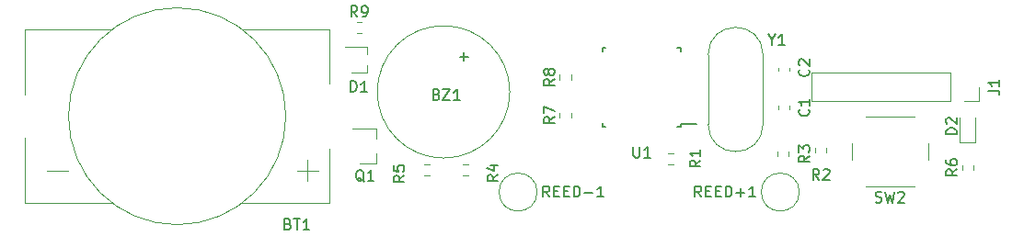
<source format=gto>
G04 #@! TF.GenerationSoftware,KiCad,Pcbnew,(5.1.9)-1*
G04 #@! TF.CreationDate,2021-06-09T23:23:04+02:00*
G04 #@! TF.ProjectId,window_sensor,77696e64-6f77-45f7-9365-6e736f722e6b,rev?*
G04 #@! TF.SameCoordinates,Original*
G04 #@! TF.FileFunction,Legend,Top*
G04 #@! TF.FilePolarity,Positive*
%FSLAX46Y46*%
G04 Gerber Fmt 4.6, Leading zero omitted, Abs format (unit mm)*
G04 Created by KiCad (PCBNEW (5.1.9)-1) date 2021-06-09 23:23:04*
%MOMM*%
%LPD*%
G01*
G04 APERTURE LIST*
%ADD10C,0.120000*%
%ADD11C,0.150000*%
G04 APERTURE END LIST*
D10*
X174930000Y-75670000D02*
X174930000Y-78330000D01*
X174930000Y-75670000D02*
X162170000Y-75670000D01*
X162170000Y-75670000D02*
X162170000Y-78330000D01*
X174930000Y-78330000D02*
X162170000Y-78330000D01*
X177530000Y-78330000D02*
X176200000Y-78330000D01*
X177530000Y-77000000D02*
X177530000Y-78330000D01*
X97759000Y-87692500D02*
X89759000Y-87692500D01*
X89759000Y-87692500D02*
X89759000Y-81692500D01*
X89759000Y-77692500D02*
X89759000Y-71692500D01*
X89759000Y-71692500D02*
X97759000Y-71692500D01*
X117759000Y-71692500D02*
X117759000Y-76692500D01*
X117759000Y-87692500D02*
X117759000Y-82692500D01*
X113759000Y-79692500D02*
G75*
G03*
X113759000Y-79692500I-10000000J0D01*
G01*
X117759000Y-71692500D02*
X109759000Y-71692500D01*
X109759000Y-87692500D02*
X117759000Y-87692500D01*
X93759000Y-84692500D02*
X91759000Y-84692500D01*
X116759000Y-84692500D02*
X114759000Y-84692500D01*
X115759000Y-85692500D02*
X115759000Y-83692500D01*
X120262742Y-72022500D02*
X120737258Y-72022500D01*
X120262742Y-70977500D02*
X120737258Y-70977500D01*
X157671500Y-74029000D02*
X157671500Y-80429000D01*
X152621500Y-74029000D02*
X152621500Y-80429000D01*
X152621500Y-80429000D02*
G75*
G03*
X157671500Y-80429000I2525000J0D01*
G01*
X152621500Y-74029000D02*
G75*
G02*
X157671500Y-74029000I2525000J0D01*
G01*
D11*
X150125000Y-80625000D02*
X150125000Y-80400000D01*
X142875000Y-80625000D02*
X142875000Y-80300000D01*
X142875000Y-73375000D02*
X142875000Y-73700000D01*
X150125000Y-73375000D02*
X150125000Y-73700000D01*
X150125000Y-80625000D02*
X149800000Y-80625000D01*
X150125000Y-73375000D02*
X149800000Y-73375000D01*
X142875000Y-73375000D02*
X143200000Y-73375000D01*
X142875000Y-80625000D02*
X143200000Y-80625000D01*
X150125000Y-80400000D02*
X151550000Y-80400000D01*
D10*
X171600000Y-79700000D02*
X167100000Y-79700000D01*
X172850000Y-83700000D02*
X172850000Y-82200000D01*
X167100000Y-86200000D02*
X171600000Y-86200000D01*
X165850000Y-82200000D02*
X165850000Y-83700000D01*
X136876000Y-86689000D02*
G75*
G03*
X136876000Y-86689000I-1750000J0D01*
G01*
X161006000Y-86689000D02*
G75*
G03*
X161006000Y-86689000I-1750000J0D01*
G01*
X138947500Y-76342258D02*
X138947500Y-75867742D01*
X139992500Y-76342258D02*
X139992500Y-75867742D01*
X138947500Y-79835258D02*
X138947500Y-79360742D01*
X139992500Y-79835258D02*
X139992500Y-79360742D01*
X175972500Y-84662258D02*
X175972500Y-84187742D01*
X177017500Y-84662258D02*
X177017500Y-84187742D01*
X126502742Y-84095500D02*
X126977258Y-84095500D01*
X126502742Y-85140500D02*
X126977258Y-85140500D01*
X130533258Y-85140500D02*
X130058742Y-85140500D01*
X130533258Y-84095500D02*
X130058742Y-84095500D01*
X160022500Y-82937742D02*
X160022500Y-83412258D01*
X158977500Y-82937742D02*
X158977500Y-83412258D01*
X162477500Y-83062258D02*
X162477500Y-82587742D01*
X163522500Y-83062258D02*
X163522500Y-82587742D01*
X149412258Y-84127500D02*
X148937742Y-84127500D01*
X149412258Y-83082500D02*
X148937742Y-83082500D01*
X122045000Y-84035000D02*
X122045000Y-83105000D01*
X122045000Y-80875000D02*
X122045000Y-81805000D01*
X122045000Y-80875000D02*
X119885000Y-80875000D01*
X122045000Y-84035000D02*
X120585000Y-84035000D01*
X175760000Y-79815000D02*
X175760000Y-82100000D01*
X175760000Y-82100000D02*
X177230000Y-82100000D01*
X177230000Y-82100000D02*
X177230000Y-79815000D01*
X121230000Y-75000000D02*
X121230000Y-75660000D01*
X121230000Y-73340000D02*
X121230000Y-74000000D01*
X121230000Y-73340000D02*
X119200000Y-73340000D01*
X119820000Y-75660000D02*
X121230000Y-75660000D01*
X159081500Y-75504580D02*
X159081500Y-75223420D01*
X160101500Y-75504580D02*
X160101500Y-75223420D01*
X160101500Y-78753420D02*
X160101500Y-79034580D01*
X159081500Y-78753420D02*
X159081500Y-79034580D01*
X134370000Y-77450000D02*
G75*
G03*
X134370000Y-77450000I-6100000J0D01*
G01*
D11*
X178422380Y-77333333D02*
X179136666Y-77333333D01*
X179279523Y-77380952D01*
X179374761Y-77476190D01*
X179422380Y-77619047D01*
X179422380Y-77714285D01*
X179422380Y-76333333D02*
X179422380Y-76904761D01*
X179422380Y-76619047D02*
X178422380Y-76619047D01*
X178565238Y-76714285D01*
X178660476Y-76809523D01*
X178708095Y-76904761D01*
X113973285Y-89621071D02*
X114116142Y-89668690D01*
X114163761Y-89716309D01*
X114211380Y-89811547D01*
X114211380Y-89954404D01*
X114163761Y-90049642D01*
X114116142Y-90097261D01*
X114020904Y-90144880D01*
X113639952Y-90144880D01*
X113639952Y-89144880D01*
X113973285Y-89144880D01*
X114068523Y-89192500D01*
X114116142Y-89240119D01*
X114163761Y-89335357D01*
X114163761Y-89430595D01*
X114116142Y-89525833D01*
X114068523Y-89573452D01*
X113973285Y-89621071D01*
X113639952Y-89621071D01*
X114497095Y-89144880D02*
X115068523Y-89144880D01*
X114782809Y-90144880D02*
X114782809Y-89144880D01*
X115925666Y-90144880D02*
X115354238Y-90144880D01*
X115639952Y-90144880D02*
X115639952Y-89144880D01*
X115544714Y-89287738D01*
X115449476Y-89382976D01*
X115354238Y-89430595D01*
X120333333Y-70522380D02*
X120000000Y-70046190D01*
X119761904Y-70522380D02*
X119761904Y-69522380D01*
X120142857Y-69522380D01*
X120238095Y-69570000D01*
X120285714Y-69617619D01*
X120333333Y-69712857D01*
X120333333Y-69855714D01*
X120285714Y-69950952D01*
X120238095Y-69998571D01*
X120142857Y-70046190D01*
X119761904Y-70046190D01*
X120809523Y-70522380D02*
X121000000Y-70522380D01*
X121095238Y-70474761D01*
X121142857Y-70427142D01*
X121238095Y-70284285D01*
X121285714Y-70093809D01*
X121285714Y-69712857D01*
X121238095Y-69617619D01*
X121190476Y-69570000D01*
X121095238Y-69522380D01*
X120904761Y-69522380D01*
X120809523Y-69570000D01*
X120761904Y-69617619D01*
X120714285Y-69712857D01*
X120714285Y-69950952D01*
X120761904Y-70046190D01*
X120809523Y-70093809D01*
X120904761Y-70141428D01*
X121095238Y-70141428D01*
X121190476Y-70093809D01*
X121238095Y-70046190D01*
X121285714Y-69950952D01*
X158480309Y-72660190D02*
X158480309Y-73136380D01*
X158146976Y-72136380D02*
X158480309Y-72660190D01*
X158813642Y-72136380D01*
X159670785Y-73136380D02*
X159099357Y-73136380D01*
X159385071Y-73136380D02*
X159385071Y-72136380D01*
X159289833Y-72279238D01*
X159194595Y-72374476D01*
X159099357Y-72422095D01*
X145738095Y-82502380D02*
X145738095Y-83311904D01*
X145785714Y-83407142D01*
X145833333Y-83454761D01*
X145928571Y-83502380D01*
X146119047Y-83502380D01*
X146214285Y-83454761D01*
X146261904Y-83407142D01*
X146309523Y-83311904D01*
X146309523Y-82502380D01*
X147309523Y-83502380D02*
X146738095Y-83502380D01*
X147023809Y-83502380D02*
X147023809Y-82502380D01*
X146928571Y-82645238D01*
X146833333Y-82740476D01*
X146738095Y-82788095D01*
X168016666Y-87604761D02*
X168159523Y-87652380D01*
X168397619Y-87652380D01*
X168492857Y-87604761D01*
X168540476Y-87557142D01*
X168588095Y-87461904D01*
X168588095Y-87366666D01*
X168540476Y-87271428D01*
X168492857Y-87223809D01*
X168397619Y-87176190D01*
X168207142Y-87128571D01*
X168111904Y-87080952D01*
X168064285Y-87033333D01*
X168016666Y-86938095D01*
X168016666Y-86842857D01*
X168064285Y-86747619D01*
X168111904Y-86700000D01*
X168207142Y-86652380D01*
X168445238Y-86652380D01*
X168588095Y-86700000D01*
X168921428Y-86652380D02*
X169159523Y-87652380D01*
X169350000Y-86938095D01*
X169540476Y-87652380D01*
X169778571Y-86652380D01*
X170111904Y-86747619D02*
X170159523Y-86700000D01*
X170254761Y-86652380D01*
X170492857Y-86652380D01*
X170588095Y-86700000D01*
X170635714Y-86747619D01*
X170683333Y-86842857D01*
X170683333Y-86938095D01*
X170635714Y-87080952D01*
X170064285Y-87652380D01*
X170683333Y-87652380D01*
X138015523Y-87141380D02*
X137682190Y-86665190D01*
X137444095Y-87141380D02*
X137444095Y-86141380D01*
X137825047Y-86141380D01*
X137920285Y-86189000D01*
X137967904Y-86236619D01*
X138015523Y-86331857D01*
X138015523Y-86474714D01*
X137967904Y-86569952D01*
X137920285Y-86617571D01*
X137825047Y-86665190D01*
X137444095Y-86665190D01*
X138444095Y-86617571D02*
X138777428Y-86617571D01*
X138920285Y-87141380D02*
X138444095Y-87141380D01*
X138444095Y-86141380D01*
X138920285Y-86141380D01*
X139348857Y-86617571D02*
X139682190Y-86617571D01*
X139825047Y-87141380D02*
X139348857Y-87141380D01*
X139348857Y-86141380D01*
X139825047Y-86141380D01*
X140253619Y-87141380D02*
X140253619Y-86141380D01*
X140491714Y-86141380D01*
X140634571Y-86189000D01*
X140729809Y-86284238D01*
X140777428Y-86379476D01*
X140825047Y-86569952D01*
X140825047Y-86712809D01*
X140777428Y-86903285D01*
X140729809Y-86998523D01*
X140634571Y-87093761D01*
X140491714Y-87141380D01*
X140253619Y-87141380D01*
X141253619Y-86760428D02*
X142015523Y-86760428D01*
X143015523Y-87141380D02*
X142444095Y-87141380D01*
X142729809Y-87141380D02*
X142729809Y-86141380D01*
X142634571Y-86284238D01*
X142539333Y-86379476D01*
X142444095Y-86427095D01*
X151985523Y-87141380D02*
X151652190Y-86665190D01*
X151414095Y-87141380D02*
X151414095Y-86141380D01*
X151795047Y-86141380D01*
X151890285Y-86189000D01*
X151937904Y-86236619D01*
X151985523Y-86331857D01*
X151985523Y-86474714D01*
X151937904Y-86569952D01*
X151890285Y-86617571D01*
X151795047Y-86665190D01*
X151414095Y-86665190D01*
X152414095Y-86617571D02*
X152747428Y-86617571D01*
X152890285Y-87141380D02*
X152414095Y-87141380D01*
X152414095Y-86141380D01*
X152890285Y-86141380D01*
X153318857Y-86617571D02*
X153652190Y-86617571D01*
X153795047Y-87141380D02*
X153318857Y-87141380D01*
X153318857Y-86141380D01*
X153795047Y-86141380D01*
X154223619Y-87141380D02*
X154223619Y-86141380D01*
X154461714Y-86141380D01*
X154604571Y-86189000D01*
X154699809Y-86284238D01*
X154747428Y-86379476D01*
X154795047Y-86569952D01*
X154795047Y-86712809D01*
X154747428Y-86903285D01*
X154699809Y-86998523D01*
X154604571Y-87093761D01*
X154461714Y-87141380D01*
X154223619Y-87141380D01*
X155223619Y-86760428D02*
X155985523Y-86760428D01*
X155604571Y-87141380D02*
X155604571Y-86379476D01*
X156985523Y-87141380D02*
X156414095Y-87141380D01*
X156699809Y-87141380D02*
X156699809Y-86141380D01*
X156604571Y-86284238D01*
X156509333Y-86379476D01*
X156414095Y-86427095D01*
X138492380Y-76271666D02*
X138016190Y-76605000D01*
X138492380Y-76843095D02*
X137492380Y-76843095D01*
X137492380Y-76462142D01*
X137540000Y-76366904D01*
X137587619Y-76319285D01*
X137682857Y-76271666D01*
X137825714Y-76271666D01*
X137920952Y-76319285D01*
X137968571Y-76366904D01*
X138016190Y-76462142D01*
X138016190Y-76843095D01*
X137920952Y-75700238D02*
X137873333Y-75795476D01*
X137825714Y-75843095D01*
X137730476Y-75890714D01*
X137682857Y-75890714D01*
X137587619Y-75843095D01*
X137540000Y-75795476D01*
X137492380Y-75700238D01*
X137492380Y-75509761D01*
X137540000Y-75414523D01*
X137587619Y-75366904D01*
X137682857Y-75319285D01*
X137730476Y-75319285D01*
X137825714Y-75366904D01*
X137873333Y-75414523D01*
X137920952Y-75509761D01*
X137920952Y-75700238D01*
X137968571Y-75795476D01*
X138016190Y-75843095D01*
X138111428Y-75890714D01*
X138301904Y-75890714D01*
X138397142Y-75843095D01*
X138444761Y-75795476D01*
X138492380Y-75700238D01*
X138492380Y-75509761D01*
X138444761Y-75414523D01*
X138397142Y-75366904D01*
X138301904Y-75319285D01*
X138111428Y-75319285D01*
X138016190Y-75366904D01*
X137968571Y-75414523D01*
X137920952Y-75509761D01*
X138492380Y-79764666D02*
X138016190Y-80098000D01*
X138492380Y-80336095D02*
X137492380Y-80336095D01*
X137492380Y-79955142D01*
X137540000Y-79859904D01*
X137587619Y-79812285D01*
X137682857Y-79764666D01*
X137825714Y-79764666D01*
X137920952Y-79812285D01*
X137968571Y-79859904D01*
X138016190Y-79955142D01*
X138016190Y-80336095D01*
X137492380Y-79431333D02*
X137492380Y-78764666D01*
X138492380Y-79193238D01*
X175517380Y-84591666D02*
X175041190Y-84925000D01*
X175517380Y-85163095D02*
X174517380Y-85163095D01*
X174517380Y-84782142D01*
X174565000Y-84686904D01*
X174612619Y-84639285D01*
X174707857Y-84591666D01*
X174850714Y-84591666D01*
X174945952Y-84639285D01*
X174993571Y-84686904D01*
X175041190Y-84782142D01*
X175041190Y-85163095D01*
X174517380Y-83734523D02*
X174517380Y-83925000D01*
X174565000Y-84020238D01*
X174612619Y-84067857D01*
X174755476Y-84163095D01*
X174945952Y-84210714D01*
X175326904Y-84210714D01*
X175422142Y-84163095D01*
X175469761Y-84115476D01*
X175517380Y-84020238D01*
X175517380Y-83829761D01*
X175469761Y-83734523D01*
X175422142Y-83686904D01*
X175326904Y-83639285D01*
X175088809Y-83639285D01*
X174993571Y-83686904D01*
X174945952Y-83734523D01*
X174898333Y-83829761D01*
X174898333Y-84020238D01*
X174945952Y-84115476D01*
X174993571Y-84163095D01*
X175088809Y-84210714D01*
X124652380Y-85165666D02*
X124176190Y-85499000D01*
X124652380Y-85737095D02*
X123652380Y-85737095D01*
X123652380Y-85356142D01*
X123700000Y-85260904D01*
X123747619Y-85213285D01*
X123842857Y-85165666D01*
X123985714Y-85165666D01*
X124080952Y-85213285D01*
X124128571Y-85260904D01*
X124176190Y-85356142D01*
X124176190Y-85737095D01*
X123652380Y-84260904D02*
X123652380Y-84737095D01*
X124128571Y-84784714D01*
X124080952Y-84737095D01*
X124033333Y-84641857D01*
X124033333Y-84403761D01*
X124080952Y-84308523D01*
X124128571Y-84260904D01*
X124223809Y-84213285D01*
X124461904Y-84213285D01*
X124557142Y-84260904D01*
X124604761Y-84308523D01*
X124652380Y-84403761D01*
X124652380Y-84641857D01*
X124604761Y-84737095D01*
X124557142Y-84784714D01*
X133288380Y-85102166D02*
X132812190Y-85435500D01*
X133288380Y-85673595D02*
X132288380Y-85673595D01*
X132288380Y-85292642D01*
X132336000Y-85197404D01*
X132383619Y-85149785D01*
X132478857Y-85102166D01*
X132621714Y-85102166D01*
X132716952Y-85149785D01*
X132764571Y-85197404D01*
X132812190Y-85292642D01*
X132812190Y-85673595D01*
X132621714Y-84245023D02*
X133288380Y-84245023D01*
X132240761Y-84483119D02*
X132955047Y-84721214D01*
X132955047Y-84102166D01*
X161952380Y-83341666D02*
X161476190Y-83675000D01*
X161952380Y-83913095D02*
X160952380Y-83913095D01*
X160952380Y-83532142D01*
X161000000Y-83436904D01*
X161047619Y-83389285D01*
X161142857Y-83341666D01*
X161285714Y-83341666D01*
X161380952Y-83389285D01*
X161428571Y-83436904D01*
X161476190Y-83532142D01*
X161476190Y-83913095D01*
X160952380Y-83008333D02*
X160952380Y-82389285D01*
X161333333Y-82722619D01*
X161333333Y-82579761D01*
X161380952Y-82484523D01*
X161428571Y-82436904D01*
X161523809Y-82389285D01*
X161761904Y-82389285D01*
X161857142Y-82436904D01*
X161904761Y-82484523D01*
X161952380Y-82579761D01*
X161952380Y-82865476D01*
X161904761Y-82960714D01*
X161857142Y-83008333D01*
X162833333Y-85563380D02*
X162500000Y-85087190D01*
X162261904Y-85563380D02*
X162261904Y-84563380D01*
X162642857Y-84563380D01*
X162738095Y-84611000D01*
X162785714Y-84658619D01*
X162833333Y-84753857D01*
X162833333Y-84896714D01*
X162785714Y-84991952D01*
X162738095Y-85039571D01*
X162642857Y-85087190D01*
X162261904Y-85087190D01*
X163214285Y-84658619D02*
X163261904Y-84611000D01*
X163357142Y-84563380D01*
X163595238Y-84563380D01*
X163690476Y-84611000D01*
X163738095Y-84658619D01*
X163785714Y-84753857D01*
X163785714Y-84849095D01*
X163738095Y-84991952D01*
X163166666Y-85563380D01*
X163785714Y-85563380D01*
X151913380Y-83771666D02*
X151437190Y-84105000D01*
X151913380Y-84343095D02*
X150913380Y-84343095D01*
X150913380Y-83962142D01*
X150961000Y-83866904D01*
X151008619Y-83819285D01*
X151103857Y-83771666D01*
X151246714Y-83771666D01*
X151341952Y-83819285D01*
X151389571Y-83866904D01*
X151437190Y-83962142D01*
X151437190Y-84343095D01*
X151913380Y-82819285D02*
X151913380Y-83390714D01*
X151913380Y-83105000D02*
X150913380Y-83105000D01*
X151056238Y-83200238D01*
X151151476Y-83295476D01*
X151199095Y-83390714D01*
X120951761Y-85735619D02*
X120856523Y-85688000D01*
X120761285Y-85592761D01*
X120618428Y-85449904D01*
X120523190Y-85402285D01*
X120427952Y-85402285D01*
X120475571Y-85640380D02*
X120380333Y-85592761D01*
X120285095Y-85497523D01*
X120237476Y-85307047D01*
X120237476Y-84973714D01*
X120285095Y-84783238D01*
X120380333Y-84688000D01*
X120475571Y-84640380D01*
X120666047Y-84640380D01*
X120761285Y-84688000D01*
X120856523Y-84783238D01*
X120904142Y-84973714D01*
X120904142Y-85307047D01*
X120856523Y-85497523D01*
X120761285Y-85592761D01*
X120666047Y-85640380D01*
X120475571Y-85640380D01*
X121856523Y-85640380D02*
X121285095Y-85640380D01*
X121570809Y-85640380D02*
X121570809Y-84640380D01*
X121475571Y-84783238D01*
X121380333Y-84878476D01*
X121285095Y-84926095D01*
X175517380Y-81353095D02*
X174517380Y-81353095D01*
X174517380Y-81115000D01*
X174565000Y-80972142D01*
X174660238Y-80876904D01*
X174755476Y-80829285D01*
X174945952Y-80781666D01*
X175088809Y-80781666D01*
X175279285Y-80829285D01*
X175374523Y-80876904D01*
X175469761Y-80972142D01*
X175517380Y-81115000D01*
X175517380Y-81353095D01*
X174612619Y-80400714D02*
X174565000Y-80353095D01*
X174517380Y-80257857D01*
X174517380Y-80019761D01*
X174565000Y-79924523D01*
X174612619Y-79876904D01*
X174707857Y-79829285D01*
X174803095Y-79829285D01*
X174945952Y-79876904D01*
X175517380Y-80448333D01*
X175517380Y-79829285D01*
X119711904Y-77452380D02*
X119711904Y-76452380D01*
X119950000Y-76452380D01*
X120092857Y-76500000D01*
X120188095Y-76595238D01*
X120235714Y-76690476D01*
X120283333Y-76880952D01*
X120283333Y-77023809D01*
X120235714Y-77214285D01*
X120188095Y-77309523D01*
X120092857Y-77404761D01*
X119950000Y-77452380D01*
X119711904Y-77452380D01*
X121235714Y-77452380D02*
X120664285Y-77452380D01*
X120950000Y-77452380D02*
X120950000Y-76452380D01*
X120854761Y-76595238D01*
X120759523Y-76690476D01*
X120664285Y-76738095D01*
X161853642Y-75390666D02*
X161901261Y-75438285D01*
X161948880Y-75581142D01*
X161948880Y-75676380D01*
X161901261Y-75819238D01*
X161806023Y-75914476D01*
X161710785Y-75962095D01*
X161520309Y-76009714D01*
X161377452Y-76009714D01*
X161186976Y-75962095D01*
X161091738Y-75914476D01*
X160996500Y-75819238D01*
X160948880Y-75676380D01*
X160948880Y-75581142D01*
X160996500Y-75438285D01*
X161044119Y-75390666D01*
X161044119Y-75009714D02*
X160996500Y-74962095D01*
X160948880Y-74866857D01*
X160948880Y-74628761D01*
X160996500Y-74533523D01*
X161044119Y-74485904D01*
X161139357Y-74438285D01*
X161234595Y-74438285D01*
X161377452Y-74485904D01*
X161948880Y-75057333D01*
X161948880Y-74438285D01*
X161853642Y-79060666D02*
X161901261Y-79108285D01*
X161948880Y-79251142D01*
X161948880Y-79346380D01*
X161901261Y-79489238D01*
X161806023Y-79584476D01*
X161710785Y-79632095D01*
X161520309Y-79679714D01*
X161377452Y-79679714D01*
X161186976Y-79632095D01*
X161091738Y-79584476D01*
X160996500Y-79489238D01*
X160948880Y-79346380D01*
X160948880Y-79251142D01*
X160996500Y-79108285D01*
X161044119Y-79060666D01*
X161948880Y-78108285D02*
X161948880Y-78679714D01*
X161948880Y-78394000D02*
X160948880Y-78394000D01*
X161091738Y-78489238D01*
X161186976Y-78584476D01*
X161234595Y-78679714D01*
X127643047Y-77684571D02*
X127785904Y-77732190D01*
X127833523Y-77779809D01*
X127881142Y-77875047D01*
X127881142Y-78017904D01*
X127833523Y-78113142D01*
X127785904Y-78160761D01*
X127690666Y-78208380D01*
X127309714Y-78208380D01*
X127309714Y-77208380D01*
X127643047Y-77208380D01*
X127738285Y-77256000D01*
X127785904Y-77303619D01*
X127833523Y-77398857D01*
X127833523Y-77494095D01*
X127785904Y-77589333D01*
X127738285Y-77636952D01*
X127643047Y-77684571D01*
X127309714Y-77684571D01*
X128214476Y-77208380D02*
X128881142Y-77208380D01*
X128214476Y-78208380D01*
X128881142Y-78208380D01*
X129785904Y-78208380D02*
X129214476Y-78208380D01*
X129500190Y-78208380D02*
X129500190Y-77208380D01*
X129404952Y-77351238D01*
X129309714Y-77446476D01*
X129214476Y-77494095D01*
X130141428Y-74580952D02*
X130141428Y-73819047D01*
X130522380Y-74200000D02*
X129760476Y-74200000D01*
M02*

</source>
